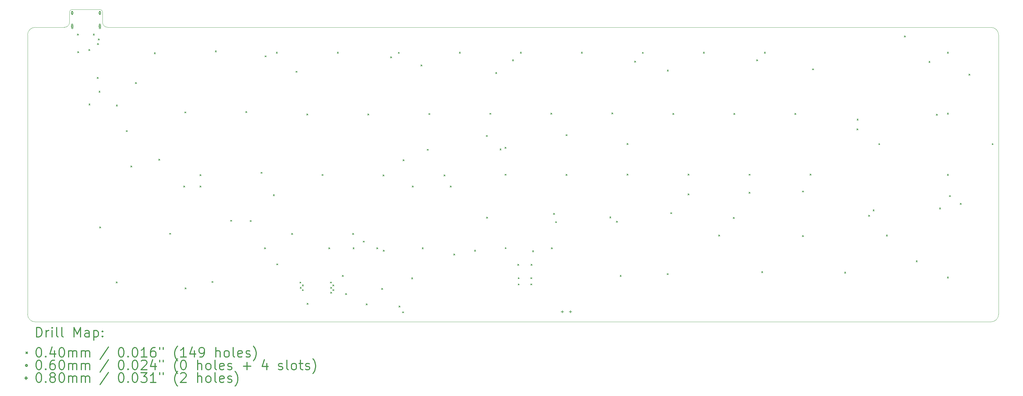
<source format=gbr>
%FSLAX45Y45*%
G04 Gerber Fmt 4.5, Leading zero omitted, Abs format (unit mm)*
G04 Created by KiCad (PCBNEW (5.1.6)-1) date 2021-08-22 23:35:56*
%MOMM*%
%LPD*%
G01*
G04 APERTURE LIST*
%TA.AperFunction,Profile*%
%ADD10C,0.100000*%
%TD*%
%ADD11C,0.200000*%
%ADD12C,0.300000*%
G04 APERTURE END LIST*
D10*
X7262196Y-7458110D02*
G75*
G03*
X7182795Y-7537410I-20J-79381D01*
G01*
X35956295Y-17221210D02*
G75*
G03*
X36194395Y-16983110I129J237971D01*
G01*
X36194395Y-16983110D02*
X36194395Y-8251810D01*
X8214695Y-7854910D02*
G75*
G03*
X8373396Y-8013710I158760J-40D01*
G01*
X8214696Y-7854910D02*
X8214695Y-7537410D01*
X6111195Y-8013710D02*
G75*
G03*
X5873094Y-8251810I40J-238141D01*
G01*
X6111195Y-17221210D02*
X35956295Y-17221210D01*
X7024095Y-8013710D02*
G75*
G03*
X7182795Y-7854910I-59J158760D01*
G01*
X8214695Y-7537410D02*
G75*
G03*
X8135295Y-7458110I-79381J-81D01*
G01*
X5873094Y-16983110D02*
G75*
G03*
X6111195Y-17221210I238141J41D01*
G01*
X7182795Y-7537410D02*
X7182795Y-7854910D01*
X36194395Y-8251810D02*
G75*
G03*
X35956295Y-8013710I-237971J130D01*
G01*
X8135295Y-7458110D02*
X7262196Y-7458110D01*
X35956295Y-8013710D02*
X8373396Y-8013710D01*
X5873094Y-8251810D02*
X5873094Y-16983110D01*
X7024095Y-8013710D02*
X6111195Y-8013710D01*
D11*
X7428550Y-8219760D02*
X7468550Y-8259760D01*
X7468550Y-8219760D02*
X7428550Y-8259760D01*
X7434613Y-8772497D02*
X7474613Y-8812497D01*
X7474613Y-8772497D02*
X7434613Y-8812497D01*
X7784150Y-8703630D02*
X7824150Y-8743630D01*
X7824150Y-8703630D02*
X7784150Y-8743630D01*
X7786563Y-10404160D02*
X7826563Y-10444160D01*
X7826563Y-10404160D02*
X7786563Y-10444160D01*
X7922724Y-8219460D02*
X7962724Y-8259460D01*
X7962724Y-8219460D02*
X7922724Y-8259460D01*
X8046913Y-9573580D02*
X8086913Y-9613580D01*
X8086913Y-9573580D02*
X8046913Y-9613580D01*
X8055930Y-8516940D02*
X8095930Y-8556940D01*
X8095930Y-8516940D02*
X8055930Y-8556940D01*
X8081330Y-8369620D02*
X8121330Y-8409620D01*
X8121330Y-8369620D02*
X8081330Y-8409620D01*
X8099110Y-10006650D02*
X8139110Y-10046650D01*
X8139110Y-10006650D02*
X8099110Y-10046650D01*
X8119430Y-14248450D02*
X8159430Y-14288450D01*
X8159430Y-14248450D02*
X8119430Y-14288450D01*
X8636988Y-15967362D02*
X8676988Y-16007362D01*
X8676988Y-15967362D02*
X8636988Y-16007362D01*
X8642670Y-10438577D02*
X8682670Y-10478577D01*
X8682670Y-10438577D02*
X8642670Y-10478577D01*
X8952550Y-11238550D02*
X8992550Y-11278550D01*
X8992550Y-11238550D02*
X8952550Y-11278550D01*
X9096060Y-12343577D02*
X9136060Y-12383577D01*
X9136060Y-12343577D02*
X9096060Y-12383577D01*
X9235780Y-9732310D02*
X9275780Y-9772310D01*
X9275780Y-9732310D02*
X9235780Y-9772310D01*
X9827613Y-8805197D02*
X9867613Y-8845197D01*
X9867613Y-8805197D02*
X9827613Y-8845197D01*
X9967280Y-12130090D02*
X10007280Y-12170090D01*
X10007280Y-12130090D02*
X9967280Y-12170090D01*
X10303863Y-14446537D02*
X10343863Y-14486537D01*
X10343863Y-14446537D02*
X10303863Y-14486537D01*
X10745790Y-12972100D02*
X10785790Y-13012100D01*
X10785790Y-12972100D02*
X10745790Y-13012100D01*
X10780113Y-10653113D02*
X10820113Y-10693113D01*
X10820113Y-10653113D02*
X10780113Y-10693113D01*
X10785160Y-16153577D02*
X10825160Y-16193577D01*
X10825160Y-16153577D02*
X10785160Y-16193577D01*
X11252520Y-12972100D02*
X11292520Y-13012100D01*
X11292520Y-12972100D02*
X11252520Y-13012100D01*
X11256363Y-12611387D02*
X11296363Y-12651387D01*
X11296363Y-12611387D02*
X11256363Y-12651387D01*
X11625900Y-15954060D02*
X11665900Y-15994060D01*
X11665900Y-15954060D02*
X11625900Y-15994060D01*
X11732613Y-8744303D02*
X11772613Y-8784303D01*
X11772613Y-8744303D02*
X11732613Y-8784303D01*
X12208863Y-14038933D02*
X12248863Y-14078933D01*
X12248863Y-14038933D02*
X12208863Y-14078933D01*
X12685113Y-10639077D02*
X12725113Y-10679077D01*
X12725113Y-10639077D02*
X12685113Y-10679077D01*
X12818430Y-14047790D02*
X12858430Y-14087790D01*
X12858430Y-14047790D02*
X12818430Y-14087790D01*
X13161363Y-12541537D02*
X13201363Y-12581537D01*
X13201363Y-12541537D02*
X13161363Y-12581537D01*
X13270550Y-14902500D02*
X13310550Y-14942500D01*
X13310550Y-14902500D02*
X13270550Y-14942500D01*
X13283250Y-8901750D02*
X13323250Y-8941750D01*
X13323250Y-8901750D02*
X13283250Y-8941750D01*
X13543600Y-13241340D02*
X13583600Y-13281340D01*
X13583600Y-13241340D02*
X13543600Y-13281340D01*
X13637613Y-8786147D02*
X13677613Y-8826147D01*
X13677613Y-8786147D02*
X13637613Y-8826147D01*
X13647760Y-15404130D02*
X13687760Y-15444130D01*
X13687760Y-15404130D02*
X13647760Y-15444130D01*
X14113863Y-14450347D02*
X14153863Y-14490347D01*
X14153863Y-14450347D02*
X14113863Y-14490347D01*
X14252260Y-9384350D02*
X14292260Y-9424350D01*
X14292260Y-9384350D02*
X14252260Y-9424350D01*
X14372867Y-15971506D02*
X14412867Y-16011506D01*
X14412867Y-15971506D02*
X14372867Y-16011506D01*
X14381800Y-16134400D02*
X14421800Y-16174400D01*
X14421800Y-16134400D02*
X14381800Y-16174400D01*
X14449067Y-16060406D02*
X14489067Y-16100406D01*
X14489067Y-16060406D02*
X14449067Y-16100406D01*
X14449067Y-16208394D02*
X14489067Y-16248394D01*
X14489067Y-16208394D02*
X14449067Y-16248394D01*
X14590113Y-10714007D02*
X14630113Y-10754007D01*
X14630113Y-10714007D02*
X14590113Y-10754007D01*
X14597700Y-16636050D02*
X14637700Y-16676050D01*
X14637700Y-16636050D02*
X14597700Y-16676050D01*
X15066363Y-12608847D02*
X15106363Y-12648847D01*
X15106363Y-12608847D02*
X15066363Y-12648847D01*
X15277150Y-14902500D02*
X15317150Y-14942500D01*
X15317150Y-14902500D02*
X15277150Y-14942500D01*
X15324536Y-15970759D02*
X15364536Y-16010759D01*
X15364536Y-15970759D02*
X15324536Y-16010759D01*
X15334300Y-16134400D02*
X15374300Y-16174400D01*
X15374300Y-16134400D02*
X15334300Y-16174400D01*
X15334300Y-16286800D02*
X15374300Y-16326800D01*
X15374300Y-16286800D02*
X15334300Y-16326800D01*
X15400736Y-16059659D02*
X15440736Y-16099659D01*
X15440736Y-16059659D02*
X15400736Y-16099659D01*
X15405011Y-16206900D02*
X15445011Y-16246900D01*
X15445011Y-16206900D02*
X15405011Y-16246900D01*
X15542613Y-8786147D02*
X15582613Y-8826147D01*
X15582613Y-8786147D02*
X15542613Y-8826147D01*
X15696250Y-15766100D02*
X15736250Y-15806100D01*
X15736250Y-15766100D02*
X15696250Y-15806100D01*
X15797850Y-16331250D02*
X15837850Y-16371250D01*
X15837850Y-16331250D02*
X15797850Y-16371250D01*
X16018863Y-14450347D02*
X16058863Y-14490347D01*
X16058863Y-14450347D02*
X16018863Y-14490347D01*
X16032800Y-14902500D02*
X16072800Y-14942500D01*
X16072800Y-14902500D02*
X16032800Y-14942500D01*
X16350300Y-14692950D02*
X16390300Y-14732950D01*
X16390300Y-14692950D02*
X16350300Y-14732950D01*
X16445550Y-16655100D02*
X16485550Y-16695100D01*
X16485550Y-16655100D02*
X16445550Y-16695100D01*
X16495113Y-10714007D02*
X16535113Y-10754007D01*
X16535113Y-10714007D02*
X16495113Y-10754007D01*
X16775750Y-14902500D02*
X16815750Y-14942500D01*
X16815750Y-14902500D02*
X16775750Y-14942500D01*
X16928150Y-16172500D02*
X16968150Y-16212500D01*
X16968150Y-16172500D02*
X16928150Y-16212500D01*
X16971363Y-12621547D02*
X17011363Y-12661547D01*
X17011363Y-12621547D02*
X16971363Y-12661547D01*
X16978950Y-14978700D02*
X17018950Y-15018700D01*
X17018950Y-14978700D02*
X16978950Y-15018700D01*
X17203740Y-8929690D02*
X17243740Y-8969690D01*
X17243740Y-8929690D02*
X17203740Y-8969690D01*
X17447613Y-8791227D02*
X17487613Y-8831227D01*
X17487613Y-8791227D02*
X17447613Y-8831227D01*
X17467900Y-16718600D02*
X17507900Y-16758600D01*
X17507900Y-16718600D02*
X17467900Y-16758600D01*
X17575850Y-16902750D02*
X17615850Y-16942750D01*
X17615850Y-16902750D02*
X17575850Y-16942750D01*
X17596170Y-12150410D02*
X17636170Y-12190410D01*
X17636170Y-12150410D02*
X17596170Y-12190410D01*
X17861600Y-15842300D02*
X17901600Y-15882300D01*
X17901600Y-15842300D02*
X17861600Y-15882300D01*
X17880650Y-12972100D02*
X17920650Y-13012100D01*
X17920650Y-12972100D02*
X17880650Y-13012100D01*
X18151160Y-9183690D02*
X18191160Y-9223690D01*
X18191160Y-9183690D02*
X18151160Y-9223690D01*
X18191800Y-14902500D02*
X18231800Y-14942500D01*
X18231800Y-14902500D02*
X18191800Y-14942500D01*
X18350550Y-11822750D02*
X18390550Y-11862750D01*
X18390550Y-11822750D02*
X18350550Y-11862750D01*
X18400113Y-10705117D02*
X18440113Y-10745117D01*
X18440113Y-10705117D02*
X18400113Y-10745117D01*
X18876363Y-12622817D02*
X18916363Y-12662817D01*
X18916363Y-12622817D02*
X18876363Y-12662817D01*
X19068100Y-12972100D02*
X19108100Y-13012100D01*
X19108100Y-12972100D02*
X19068100Y-13012100D01*
X19178570Y-15094290D02*
X19218570Y-15134290D01*
X19218570Y-15094290D02*
X19178570Y-15134290D01*
X19352613Y-8788687D02*
X19392613Y-8828687D01*
X19392613Y-8788687D02*
X19352613Y-8828687D01*
X19826180Y-14974890D02*
X19866180Y-15014890D01*
X19866180Y-14974890D02*
X19826180Y-15014890D01*
X20193320Y-11390950D02*
X20233320Y-11430950D01*
X20233320Y-11390950D02*
X20193320Y-11430950D01*
X20202210Y-13944920D02*
X20242210Y-13984920D01*
X20242210Y-13944920D02*
X20202210Y-13984920D01*
X20305113Y-10694957D02*
X20345113Y-10734957D01*
X20345113Y-10694957D02*
X20305113Y-10734957D01*
X20486690Y-9419910D02*
X20526690Y-9459910D01*
X20526690Y-9419910D02*
X20486690Y-9459910D01*
X20622580Y-11810050D02*
X20662580Y-11850050D01*
X20662580Y-11810050D02*
X20622580Y-11850050D01*
X20781330Y-11759250D02*
X20821330Y-11799250D01*
X20821330Y-11759250D02*
X20781330Y-11799250D01*
X20781363Y-12599957D02*
X20821363Y-12639957D01*
X20821363Y-12599957D02*
X20781363Y-12639957D01*
X20782600Y-14896150D02*
X20822600Y-14936150D01*
X20822600Y-14896150D02*
X20782600Y-14936150D01*
X21012470Y-9026210D02*
X21052470Y-9066210D01*
X21052470Y-9026210D02*
X21012470Y-9066210D01*
X21177570Y-15414310D02*
X21217570Y-15454310D01*
X21217570Y-15414310D02*
X21177570Y-15454310D01*
X21190270Y-15834680D02*
X21230270Y-15874680D01*
X21230270Y-15834680D02*
X21190270Y-15874680D01*
X21190270Y-16030260D02*
X21230270Y-16070260D01*
X21230270Y-16030260D02*
X21190270Y-16070260D01*
X21257613Y-8783607D02*
X21297613Y-8823607D01*
X21297613Y-8783607D02*
X21257613Y-8823607D01*
X21585240Y-15834680D02*
X21625240Y-15874680D01*
X21625240Y-15834680D02*
X21585240Y-15874680D01*
X21585240Y-16030260D02*
X21625240Y-16070260D01*
X21625240Y-16030260D02*
X21585240Y-16070260D01*
X21590320Y-15414310D02*
X21630320Y-15454310D01*
X21630320Y-15414310D02*
X21590320Y-15454310D01*
X21637310Y-14991400D02*
X21677310Y-15031400D01*
X21677310Y-14991400D02*
X21637310Y-15031400D01*
X22210113Y-10693687D02*
X22250113Y-10733687D01*
X22250113Y-10693687D02*
X22210113Y-10733687D01*
X22224050Y-14902500D02*
X22264050Y-14942500D01*
X22264050Y-14902500D02*
X22224050Y-14942500D01*
X22296440Y-13823000D02*
X22336440Y-13863000D01*
X22336440Y-13823000D02*
X22296440Y-13863000D01*
X22357400Y-14082080D02*
X22397400Y-14122080D01*
X22397400Y-14082080D02*
X22357400Y-14122080D01*
X22686363Y-11364247D02*
X22726363Y-11404247D01*
X22726363Y-11364247D02*
X22686363Y-11404247D01*
X22686363Y-12602497D02*
X22726363Y-12642497D01*
X22726363Y-12602497D02*
X22686363Y-12642497D01*
X23162613Y-8788687D02*
X23202613Y-8828687D01*
X23202613Y-8788687D02*
X23162613Y-8828687D01*
X24051580Y-13933490D02*
X24091580Y-13973490D01*
X24091580Y-13933490D02*
X24051580Y-13973490D01*
X24115113Y-10684797D02*
X24155113Y-10724797D01*
X24155113Y-10684797D02*
X24115113Y-10724797D01*
X24261130Y-14068110D02*
X24301130Y-14108110D01*
X24301130Y-14068110D02*
X24261130Y-14108110D01*
X24372890Y-15766100D02*
X24412890Y-15806100D01*
X24412890Y-15766100D02*
X24372890Y-15806100D01*
X24591330Y-11642410D02*
X24631330Y-11682410D01*
X24631330Y-11642410D02*
X24591330Y-11682410D01*
X24591363Y-12597417D02*
X24631363Y-12637417D01*
X24631363Y-12597417D02*
X24591363Y-12637417D01*
X24827550Y-9066850D02*
X24867550Y-9106850D01*
X24867550Y-9066850D02*
X24827550Y-9106850D01*
X25067613Y-8789957D02*
X25107613Y-8829957D01*
X25107613Y-8789957D02*
X25067613Y-8829957D01*
X25841010Y-15707680D02*
X25881010Y-15747680D01*
X25881010Y-15707680D02*
X25841010Y-15747680D01*
X25844820Y-9347520D02*
X25884820Y-9387520D01*
X25884820Y-9347520D02*
X25844820Y-9387520D01*
X25950230Y-13802680D02*
X25990230Y-13842680D01*
X25990230Y-13802680D02*
X25950230Y-13842680D01*
X26020113Y-10697497D02*
X26060113Y-10737497D01*
X26060113Y-10697497D02*
X26020113Y-10737497D01*
X26496330Y-13215940D02*
X26536330Y-13255940D01*
X26536330Y-13215940D02*
X26496330Y-13255940D01*
X26496363Y-12598687D02*
X26536363Y-12638687D01*
X26536363Y-12598687D02*
X26496363Y-12638687D01*
X26972613Y-8788687D02*
X27012613Y-8828687D01*
X27012613Y-8788687D02*
X26972613Y-8828687D01*
X27448863Y-14502417D02*
X27488863Y-14542417D01*
X27488863Y-14502417D02*
X27448863Y-14542417D01*
X27908570Y-13952540D02*
X27948570Y-13992540D01*
X27948570Y-13952540D02*
X27908570Y-13992540D01*
X27925113Y-10697497D02*
X27965113Y-10737497D01*
X27965113Y-10697497D02*
X27925113Y-10737497D01*
X28401363Y-12599957D02*
X28441363Y-12639957D01*
X28441363Y-12599957D02*
X28401363Y-12639957D01*
X28401363Y-13161297D02*
X28441363Y-13201297D01*
X28441363Y-13161297D02*
X28401363Y-13201297D01*
X28633740Y-9022400D02*
X28673740Y-9062400D01*
X28673740Y-9022400D02*
X28633740Y-9062400D01*
X28791220Y-15642910D02*
X28831220Y-15682910D01*
X28831220Y-15642910D02*
X28791220Y-15682910D01*
X28877613Y-8788687D02*
X28917613Y-8828687D01*
X28917613Y-8788687D02*
X28877613Y-8828687D01*
X29830113Y-10697497D02*
X29870113Y-10737497D01*
X29870113Y-10697497D02*
X29830113Y-10737497D01*
X30068238Y-13126372D02*
X30108238Y-13166372D01*
X30108238Y-13126372D02*
X30068238Y-13166372D01*
X30068238Y-14517022D02*
X30108238Y-14557022D01*
X30108238Y-14517022D02*
X30068238Y-14557022D01*
X30306363Y-12598687D02*
X30346363Y-12638687D01*
X30346363Y-12598687D02*
X30306363Y-12638687D01*
X30379990Y-9308150D02*
X30419990Y-9348150D01*
X30419990Y-9308150D02*
X30379990Y-9348150D01*
X31383290Y-15659420D02*
X31423290Y-15699420D01*
X31423290Y-15659420D02*
X31383290Y-15699420D01*
X31769370Y-11181400D02*
X31809370Y-11221400D01*
X31809370Y-11181400D02*
X31769370Y-11221400D01*
X31773180Y-10877870D02*
X31813180Y-10917870D01*
X31813180Y-10877870D02*
X31773180Y-10917870D01*
X32130050Y-13886500D02*
X32170050Y-13926500D01*
X32170050Y-13886500D02*
X32130050Y-13926500D01*
X32272290Y-13715050D02*
X32312290Y-13755050D01*
X32312290Y-13715050D02*
X32272290Y-13755050D01*
X32449488Y-11644282D02*
X32489488Y-11684282D01*
X32489488Y-11644282D02*
X32449488Y-11684282D01*
X32687613Y-14502417D02*
X32727613Y-14542417D01*
X32727613Y-14502417D02*
X32687613Y-14542417D01*
X33249047Y-8279577D02*
X33289047Y-8319577D01*
X33289047Y-8279577D02*
X33249047Y-8319577D01*
X33618300Y-15308900D02*
X33658300Y-15348900D01*
X33658300Y-15308900D02*
X33618300Y-15348900D01*
X34016000Y-9071930D02*
X34056000Y-9111930D01*
X34056000Y-9071930D02*
X34016000Y-9111930D01*
X34251200Y-10723180D02*
X34291200Y-10763180D01*
X34291200Y-10723180D02*
X34251200Y-10763180D01*
X34346200Y-13657900D02*
X34386200Y-13697900D01*
X34386200Y-13657900D02*
X34346200Y-13697900D01*
X34592613Y-8786147D02*
X34632613Y-8826147D01*
X34632613Y-8786147D02*
X34592613Y-8826147D01*
X34592613Y-10692417D02*
X34632613Y-10732417D01*
X34632613Y-10692417D02*
X34592613Y-10732417D01*
X34592613Y-12602497D02*
X34632613Y-12642497D01*
X34632613Y-12602497D02*
X34592613Y-12642497D01*
X34592613Y-15813123D02*
X34632613Y-15853123D01*
X34632613Y-15813123D02*
X34592613Y-15853123D01*
X34657350Y-13270550D02*
X34697350Y-13310550D01*
X34697350Y-13270550D02*
X34657350Y-13310550D01*
X34993900Y-13511850D02*
X35033900Y-13551850D01*
X35033900Y-13511850D02*
X34993900Y-13551850D01*
X35264410Y-9471980D02*
X35304410Y-9511980D01*
X35304410Y-9471980D02*
X35264410Y-9511980D01*
X35988310Y-11643680D02*
X36028310Y-11683680D01*
X36028310Y-11643680D02*
X35988310Y-11683680D01*
X7295724Y-7564276D02*
G75*
G03*
X7295724Y-7564276I-30000J0D01*
G01*
X7245724Y-7534276D02*
X7245724Y-7594276D01*
X7285724Y-7534276D02*
X7285724Y-7594276D01*
X7245724Y-7594276D02*
G75*
G03*
X7285724Y-7594276I20000J0D01*
G01*
X7285724Y-7534276D02*
G75*
G03*
X7245724Y-7534276I-20000J0D01*
G01*
X7295724Y-7982276D02*
G75*
G03*
X7295724Y-7982276I-30000J0D01*
G01*
X7245724Y-7927276D02*
X7245724Y-8037276D01*
X7285724Y-7927276D02*
X7285724Y-8037276D01*
X7245724Y-8037276D02*
G75*
G03*
X7285724Y-8037276I20000J0D01*
G01*
X7285724Y-7927276D02*
G75*
G03*
X7245724Y-7927276I-20000J0D01*
G01*
X8159724Y-7564276D02*
G75*
G03*
X8159724Y-7564276I-30000J0D01*
G01*
X8109724Y-7534276D02*
X8109724Y-7594276D01*
X8149724Y-7534276D02*
X8149724Y-7594276D01*
X8109724Y-7594276D02*
G75*
G03*
X8149724Y-7594276I20000J0D01*
G01*
X8149724Y-7534276D02*
G75*
G03*
X8109724Y-7534276I-20000J0D01*
G01*
X8159724Y-7982276D02*
G75*
G03*
X8159724Y-7982276I-30000J0D01*
G01*
X8109724Y-7927276D02*
X8109724Y-8037276D01*
X8149724Y-7927276D02*
X8149724Y-8037276D01*
X8109724Y-8037276D02*
G75*
G03*
X8149724Y-8037276I20000J0D01*
G01*
X8149724Y-7927276D02*
G75*
G03*
X8109724Y-7927276I-20000J0D01*
G01*
X22570440Y-16862430D02*
X22570440Y-16942430D01*
X22530440Y-16902430D02*
X22610440Y-16902430D01*
X22824440Y-16862430D02*
X22824440Y-16942430D01*
X22784440Y-16902430D02*
X22864440Y-16902430D01*
D12*
X6154522Y-17691925D02*
X6154522Y-17391925D01*
X6225951Y-17391925D01*
X6268808Y-17406210D01*
X6297379Y-17434782D01*
X6311665Y-17463353D01*
X6325951Y-17520496D01*
X6325951Y-17563353D01*
X6311665Y-17620496D01*
X6297379Y-17649067D01*
X6268808Y-17677639D01*
X6225951Y-17691925D01*
X6154522Y-17691925D01*
X6454522Y-17691925D02*
X6454522Y-17491925D01*
X6454522Y-17549067D02*
X6468808Y-17520496D01*
X6483094Y-17506210D01*
X6511665Y-17491925D01*
X6540237Y-17491925D01*
X6640237Y-17691925D02*
X6640237Y-17491925D01*
X6640237Y-17391925D02*
X6625951Y-17406210D01*
X6640237Y-17420496D01*
X6654522Y-17406210D01*
X6640237Y-17391925D01*
X6640237Y-17420496D01*
X6825951Y-17691925D02*
X6797379Y-17677639D01*
X6783094Y-17649067D01*
X6783094Y-17391925D01*
X6983094Y-17691925D02*
X6954522Y-17677639D01*
X6940237Y-17649067D01*
X6940237Y-17391925D01*
X7325951Y-17691925D02*
X7325951Y-17391925D01*
X7425951Y-17606210D01*
X7525951Y-17391925D01*
X7525951Y-17691925D01*
X7797379Y-17691925D02*
X7797379Y-17534782D01*
X7783094Y-17506210D01*
X7754522Y-17491925D01*
X7697379Y-17491925D01*
X7668808Y-17506210D01*
X7797379Y-17677639D02*
X7768808Y-17691925D01*
X7697379Y-17691925D01*
X7668808Y-17677639D01*
X7654522Y-17649067D01*
X7654522Y-17620496D01*
X7668808Y-17591925D01*
X7697379Y-17577639D01*
X7768808Y-17577639D01*
X7797379Y-17563353D01*
X7940237Y-17491925D02*
X7940237Y-17791925D01*
X7940237Y-17506210D02*
X7968808Y-17491925D01*
X8025951Y-17491925D01*
X8054522Y-17506210D01*
X8068808Y-17520496D01*
X8083094Y-17549067D01*
X8083094Y-17634782D01*
X8068808Y-17663353D01*
X8054522Y-17677639D01*
X8025951Y-17691925D01*
X7968808Y-17691925D01*
X7940237Y-17677639D01*
X8211665Y-17663353D02*
X8225951Y-17677639D01*
X8211665Y-17691925D01*
X8197379Y-17677639D01*
X8211665Y-17663353D01*
X8211665Y-17691925D01*
X8211665Y-17506210D02*
X8225951Y-17520496D01*
X8211665Y-17534782D01*
X8197379Y-17520496D01*
X8211665Y-17506210D01*
X8211665Y-17534782D01*
X5828094Y-18166210D02*
X5868094Y-18206210D01*
X5868094Y-18166210D02*
X5828094Y-18206210D01*
X6211665Y-18021925D02*
X6240237Y-18021925D01*
X6268808Y-18036210D01*
X6283094Y-18050496D01*
X6297379Y-18079067D01*
X6311665Y-18136210D01*
X6311665Y-18207639D01*
X6297379Y-18264782D01*
X6283094Y-18293353D01*
X6268808Y-18307639D01*
X6240237Y-18321925D01*
X6211665Y-18321925D01*
X6183094Y-18307639D01*
X6168808Y-18293353D01*
X6154522Y-18264782D01*
X6140237Y-18207639D01*
X6140237Y-18136210D01*
X6154522Y-18079067D01*
X6168808Y-18050496D01*
X6183094Y-18036210D01*
X6211665Y-18021925D01*
X6440237Y-18293353D02*
X6454522Y-18307639D01*
X6440237Y-18321925D01*
X6425951Y-18307639D01*
X6440237Y-18293353D01*
X6440237Y-18321925D01*
X6711665Y-18121925D02*
X6711665Y-18321925D01*
X6640237Y-18007639D02*
X6568808Y-18221925D01*
X6754522Y-18221925D01*
X6925951Y-18021925D02*
X6954522Y-18021925D01*
X6983094Y-18036210D01*
X6997379Y-18050496D01*
X7011665Y-18079067D01*
X7025951Y-18136210D01*
X7025951Y-18207639D01*
X7011665Y-18264782D01*
X6997379Y-18293353D01*
X6983094Y-18307639D01*
X6954522Y-18321925D01*
X6925951Y-18321925D01*
X6897379Y-18307639D01*
X6883094Y-18293353D01*
X6868808Y-18264782D01*
X6854522Y-18207639D01*
X6854522Y-18136210D01*
X6868808Y-18079067D01*
X6883094Y-18050496D01*
X6897379Y-18036210D01*
X6925951Y-18021925D01*
X7154522Y-18321925D02*
X7154522Y-18121925D01*
X7154522Y-18150496D02*
X7168808Y-18136210D01*
X7197379Y-18121925D01*
X7240237Y-18121925D01*
X7268808Y-18136210D01*
X7283094Y-18164782D01*
X7283094Y-18321925D01*
X7283094Y-18164782D02*
X7297379Y-18136210D01*
X7325951Y-18121925D01*
X7368808Y-18121925D01*
X7397379Y-18136210D01*
X7411665Y-18164782D01*
X7411665Y-18321925D01*
X7554522Y-18321925D02*
X7554522Y-18121925D01*
X7554522Y-18150496D02*
X7568808Y-18136210D01*
X7597379Y-18121925D01*
X7640237Y-18121925D01*
X7668808Y-18136210D01*
X7683094Y-18164782D01*
X7683094Y-18321925D01*
X7683094Y-18164782D02*
X7697379Y-18136210D01*
X7725951Y-18121925D01*
X7768808Y-18121925D01*
X7797379Y-18136210D01*
X7811665Y-18164782D01*
X7811665Y-18321925D01*
X8397380Y-18007639D02*
X8140237Y-18393353D01*
X8783094Y-18021925D02*
X8811665Y-18021925D01*
X8840237Y-18036210D01*
X8854522Y-18050496D01*
X8868808Y-18079067D01*
X8883094Y-18136210D01*
X8883094Y-18207639D01*
X8868808Y-18264782D01*
X8854522Y-18293353D01*
X8840237Y-18307639D01*
X8811665Y-18321925D01*
X8783094Y-18321925D01*
X8754522Y-18307639D01*
X8740237Y-18293353D01*
X8725951Y-18264782D01*
X8711665Y-18207639D01*
X8711665Y-18136210D01*
X8725951Y-18079067D01*
X8740237Y-18050496D01*
X8754522Y-18036210D01*
X8783094Y-18021925D01*
X9011665Y-18293353D02*
X9025951Y-18307639D01*
X9011665Y-18321925D01*
X8997380Y-18307639D01*
X9011665Y-18293353D01*
X9011665Y-18321925D01*
X9211665Y-18021925D02*
X9240237Y-18021925D01*
X9268808Y-18036210D01*
X9283094Y-18050496D01*
X9297380Y-18079067D01*
X9311665Y-18136210D01*
X9311665Y-18207639D01*
X9297380Y-18264782D01*
X9283094Y-18293353D01*
X9268808Y-18307639D01*
X9240237Y-18321925D01*
X9211665Y-18321925D01*
X9183094Y-18307639D01*
X9168808Y-18293353D01*
X9154522Y-18264782D01*
X9140237Y-18207639D01*
X9140237Y-18136210D01*
X9154522Y-18079067D01*
X9168808Y-18050496D01*
X9183094Y-18036210D01*
X9211665Y-18021925D01*
X9597380Y-18321925D02*
X9425951Y-18321925D01*
X9511665Y-18321925D02*
X9511665Y-18021925D01*
X9483094Y-18064782D01*
X9454522Y-18093353D01*
X9425951Y-18107639D01*
X9854522Y-18021925D02*
X9797380Y-18021925D01*
X9768808Y-18036210D01*
X9754522Y-18050496D01*
X9725951Y-18093353D01*
X9711665Y-18150496D01*
X9711665Y-18264782D01*
X9725951Y-18293353D01*
X9740237Y-18307639D01*
X9768808Y-18321925D01*
X9825951Y-18321925D01*
X9854522Y-18307639D01*
X9868808Y-18293353D01*
X9883094Y-18264782D01*
X9883094Y-18193353D01*
X9868808Y-18164782D01*
X9854522Y-18150496D01*
X9825951Y-18136210D01*
X9768808Y-18136210D01*
X9740237Y-18150496D01*
X9725951Y-18164782D01*
X9711665Y-18193353D01*
X9997380Y-18021925D02*
X9997380Y-18079067D01*
X10111665Y-18021925D02*
X10111665Y-18079067D01*
X10554522Y-18436210D02*
X10540237Y-18421925D01*
X10511665Y-18379067D01*
X10497380Y-18350496D01*
X10483094Y-18307639D01*
X10468808Y-18236210D01*
X10468808Y-18179067D01*
X10483094Y-18107639D01*
X10497380Y-18064782D01*
X10511665Y-18036210D01*
X10540237Y-17993353D01*
X10554522Y-17979067D01*
X10825951Y-18321925D02*
X10654522Y-18321925D01*
X10740237Y-18321925D02*
X10740237Y-18021925D01*
X10711665Y-18064782D01*
X10683094Y-18093353D01*
X10654522Y-18107639D01*
X11083094Y-18121925D02*
X11083094Y-18321925D01*
X11011665Y-18007639D02*
X10940237Y-18221925D01*
X11125951Y-18221925D01*
X11254522Y-18321925D02*
X11311665Y-18321925D01*
X11340237Y-18307639D01*
X11354522Y-18293353D01*
X11383094Y-18250496D01*
X11397379Y-18193353D01*
X11397379Y-18079067D01*
X11383094Y-18050496D01*
X11368808Y-18036210D01*
X11340237Y-18021925D01*
X11283094Y-18021925D01*
X11254522Y-18036210D01*
X11240237Y-18050496D01*
X11225951Y-18079067D01*
X11225951Y-18150496D01*
X11240237Y-18179067D01*
X11254522Y-18193353D01*
X11283094Y-18207639D01*
X11340237Y-18207639D01*
X11368808Y-18193353D01*
X11383094Y-18179067D01*
X11397379Y-18150496D01*
X11754522Y-18321925D02*
X11754522Y-18021925D01*
X11883094Y-18321925D02*
X11883094Y-18164782D01*
X11868808Y-18136210D01*
X11840237Y-18121925D01*
X11797379Y-18121925D01*
X11768808Y-18136210D01*
X11754522Y-18150496D01*
X12068808Y-18321925D02*
X12040237Y-18307639D01*
X12025951Y-18293353D01*
X12011665Y-18264782D01*
X12011665Y-18179067D01*
X12025951Y-18150496D01*
X12040237Y-18136210D01*
X12068808Y-18121925D01*
X12111665Y-18121925D01*
X12140237Y-18136210D01*
X12154522Y-18150496D01*
X12168808Y-18179067D01*
X12168808Y-18264782D01*
X12154522Y-18293353D01*
X12140237Y-18307639D01*
X12111665Y-18321925D01*
X12068808Y-18321925D01*
X12340237Y-18321925D02*
X12311665Y-18307639D01*
X12297379Y-18279067D01*
X12297379Y-18021925D01*
X12568808Y-18307639D02*
X12540237Y-18321925D01*
X12483094Y-18321925D01*
X12454522Y-18307639D01*
X12440237Y-18279067D01*
X12440237Y-18164782D01*
X12454522Y-18136210D01*
X12483094Y-18121925D01*
X12540237Y-18121925D01*
X12568808Y-18136210D01*
X12583094Y-18164782D01*
X12583094Y-18193353D01*
X12440237Y-18221925D01*
X12697379Y-18307639D02*
X12725951Y-18321925D01*
X12783094Y-18321925D01*
X12811665Y-18307639D01*
X12825951Y-18279067D01*
X12825951Y-18264782D01*
X12811665Y-18236210D01*
X12783094Y-18221925D01*
X12740237Y-18221925D01*
X12711665Y-18207639D01*
X12697379Y-18179067D01*
X12697379Y-18164782D01*
X12711665Y-18136210D01*
X12740237Y-18121925D01*
X12783094Y-18121925D01*
X12811665Y-18136210D01*
X12925951Y-18436210D02*
X12940237Y-18421925D01*
X12968808Y-18379067D01*
X12983094Y-18350496D01*
X12997379Y-18307639D01*
X13011665Y-18236210D01*
X13011665Y-18179067D01*
X12997379Y-18107639D01*
X12983094Y-18064782D01*
X12968808Y-18036210D01*
X12940237Y-17993353D01*
X12925951Y-17979067D01*
X5868094Y-18582210D02*
G75*
G03*
X5868094Y-18582210I-30000J0D01*
G01*
X6211665Y-18417925D02*
X6240237Y-18417925D01*
X6268808Y-18432210D01*
X6283094Y-18446496D01*
X6297379Y-18475067D01*
X6311665Y-18532210D01*
X6311665Y-18603639D01*
X6297379Y-18660782D01*
X6283094Y-18689353D01*
X6268808Y-18703639D01*
X6240237Y-18717925D01*
X6211665Y-18717925D01*
X6183094Y-18703639D01*
X6168808Y-18689353D01*
X6154522Y-18660782D01*
X6140237Y-18603639D01*
X6140237Y-18532210D01*
X6154522Y-18475067D01*
X6168808Y-18446496D01*
X6183094Y-18432210D01*
X6211665Y-18417925D01*
X6440237Y-18689353D02*
X6454522Y-18703639D01*
X6440237Y-18717925D01*
X6425951Y-18703639D01*
X6440237Y-18689353D01*
X6440237Y-18717925D01*
X6711665Y-18417925D02*
X6654522Y-18417925D01*
X6625951Y-18432210D01*
X6611665Y-18446496D01*
X6583094Y-18489353D01*
X6568808Y-18546496D01*
X6568808Y-18660782D01*
X6583094Y-18689353D01*
X6597379Y-18703639D01*
X6625951Y-18717925D01*
X6683094Y-18717925D01*
X6711665Y-18703639D01*
X6725951Y-18689353D01*
X6740237Y-18660782D01*
X6740237Y-18589353D01*
X6725951Y-18560782D01*
X6711665Y-18546496D01*
X6683094Y-18532210D01*
X6625951Y-18532210D01*
X6597379Y-18546496D01*
X6583094Y-18560782D01*
X6568808Y-18589353D01*
X6925951Y-18417925D02*
X6954522Y-18417925D01*
X6983094Y-18432210D01*
X6997379Y-18446496D01*
X7011665Y-18475067D01*
X7025951Y-18532210D01*
X7025951Y-18603639D01*
X7011665Y-18660782D01*
X6997379Y-18689353D01*
X6983094Y-18703639D01*
X6954522Y-18717925D01*
X6925951Y-18717925D01*
X6897379Y-18703639D01*
X6883094Y-18689353D01*
X6868808Y-18660782D01*
X6854522Y-18603639D01*
X6854522Y-18532210D01*
X6868808Y-18475067D01*
X6883094Y-18446496D01*
X6897379Y-18432210D01*
X6925951Y-18417925D01*
X7154522Y-18717925D02*
X7154522Y-18517925D01*
X7154522Y-18546496D02*
X7168808Y-18532210D01*
X7197379Y-18517925D01*
X7240237Y-18517925D01*
X7268808Y-18532210D01*
X7283094Y-18560782D01*
X7283094Y-18717925D01*
X7283094Y-18560782D02*
X7297379Y-18532210D01*
X7325951Y-18517925D01*
X7368808Y-18517925D01*
X7397379Y-18532210D01*
X7411665Y-18560782D01*
X7411665Y-18717925D01*
X7554522Y-18717925D02*
X7554522Y-18517925D01*
X7554522Y-18546496D02*
X7568808Y-18532210D01*
X7597379Y-18517925D01*
X7640237Y-18517925D01*
X7668808Y-18532210D01*
X7683094Y-18560782D01*
X7683094Y-18717925D01*
X7683094Y-18560782D02*
X7697379Y-18532210D01*
X7725951Y-18517925D01*
X7768808Y-18517925D01*
X7797379Y-18532210D01*
X7811665Y-18560782D01*
X7811665Y-18717925D01*
X8397380Y-18403639D02*
X8140237Y-18789353D01*
X8783094Y-18417925D02*
X8811665Y-18417925D01*
X8840237Y-18432210D01*
X8854522Y-18446496D01*
X8868808Y-18475067D01*
X8883094Y-18532210D01*
X8883094Y-18603639D01*
X8868808Y-18660782D01*
X8854522Y-18689353D01*
X8840237Y-18703639D01*
X8811665Y-18717925D01*
X8783094Y-18717925D01*
X8754522Y-18703639D01*
X8740237Y-18689353D01*
X8725951Y-18660782D01*
X8711665Y-18603639D01*
X8711665Y-18532210D01*
X8725951Y-18475067D01*
X8740237Y-18446496D01*
X8754522Y-18432210D01*
X8783094Y-18417925D01*
X9011665Y-18689353D02*
X9025951Y-18703639D01*
X9011665Y-18717925D01*
X8997380Y-18703639D01*
X9011665Y-18689353D01*
X9011665Y-18717925D01*
X9211665Y-18417925D02*
X9240237Y-18417925D01*
X9268808Y-18432210D01*
X9283094Y-18446496D01*
X9297380Y-18475067D01*
X9311665Y-18532210D01*
X9311665Y-18603639D01*
X9297380Y-18660782D01*
X9283094Y-18689353D01*
X9268808Y-18703639D01*
X9240237Y-18717925D01*
X9211665Y-18717925D01*
X9183094Y-18703639D01*
X9168808Y-18689353D01*
X9154522Y-18660782D01*
X9140237Y-18603639D01*
X9140237Y-18532210D01*
X9154522Y-18475067D01*
X9168808Y-18446496D01*
X9183094Y-18432210D01*
X9211665Y-18417925D01*
X9425951Y-18446496D02*
X9440237Y-18432210D01*
X9468808Y-18417925D01*
X9540237Y-18417925D01*
X9568808Y-18432210D01*
X9583094Y-18446496D01*
X9597380Y-18475067D01*
X9597380Y-18503639D01*
X9583094Y-18546496D01*
X9411665Y-18717925D01*
X9597380Y-18717925D01*
X9854522Y-18517925D02*
X9854522Y-18717925D01*
X9783094Y-18403639D02*
X9711665Y-18617925D01*
X9897380Y-18617925D01*
X9997380Y-18417925D02*
X9997380Y-18475067D01*
X10111665Y-18417925D02*
X10111665Y-18475067D01*
X10554522Y-18832210D02*
X10540237Y-18817925D01*
X10511665Y-18775067D01*
X10497380Y-18746496D01*
X10483094Y-18703639D01*
X10468808Y-18632210D01*
X10468808Y-18575067D01*
X10483094Y-18503639D01*
X10497380Y-18460782D01*
X10511665Y-18432210D01*
X10540237Y-18389353D01*
X10554522Y-18375067D01*
X10725951Y-18417925D02*
X10754522Y-18417925D01*
X10783094Y-18432210D01*
X10797380Y-18446496D01*
X10811665Y-18475067D01*
X10825951Y-18532210D01*
X10825951Y-18603639D01*
X10811665Y-18660782D01*
X10797380Y-18689353D01*
X10783094Y-18703639D01*
X10754522Y-18717925D01*
X10725951Y-18717925D01*
X10697380Y-18703639D01*
X10683094Y-18689353D01*
X10668808Y-18660782D01*
X10654522Y-18603639D01*
X10654522Y-18532210D01*
X10668808Y-18475067D01*
X10683094Y-18446496D01*
X10697380Y-18432210D01*
X10725951Y-18417925D01*
X11183094Y-18717925D02*
X11183094Y-18417925D01*
X11311665Y-18717925D02*
X11311665Y-18560782D01*
X11297379Y-18532210D01*
X11268808Y-18517925D01*
X11225951Y-18517925D01*
X11197379Y-18532210D01*
X11183094Y-18546496D01*
X11497379Y-18717925D02*
X11468808Y-18703639D01*
X11454522Y-18689353D01*
X11440237Y-18660782D01*
X11440237Y-18575067D01*
X11454522Y-18546496D01*
X11468808Y-18532210D01*
X11497379Y-18517925D01*
X11540237Y-18517925D01*
X11568808Y-18532210D01*
X11583094Y-18546496D01*
X11597379Y-18575067D01*
X11597379Y-18660782D01*
X11583094Y-18689353D01*
X11568808Y-18703639D01*
X11540237Y-18717925D01*
X11497379Y-18717925D01*
X11768808Y-18717925D02*
X11740237Y-18703639D01*
X11725951Y-18675067D01*
X11725951Y-18417925D01*
X11997379Y-18703639D02*
X11968808Y-18717925D01*
X11911665Y-18717925D01*
X11883094Y-18703639D01*
X11868808Y-18675067D01*
X11868808Y-18560782D01*
X11883094Y-18532210D01*
X11911665Y-18517925D01*
X11968808Y-18517925D01*
X11997379Y-18532210D01*
X12011665Y-18560782D01*
X12011665Y-18589353D01*
X11868808Y-18617925D01*
X12125951Y-18703639D02*
X12154522Y-18717925D01*
X12211665Y-18717925D01*
X12240237Y-18703639D01*
X12254522Y-18675067D01*
X12254522Y-18660782D01*
X12240237Y-18632210D01*
X12211665Y-18617925D01*
X12168808Y-18617925D01*
X12140237Y-18603639D01*
X12125951Y-18575067D01*
X12125951Y-18560782D01*
X12140237Y-18532210D01*
X12168808Y-18517925D01*
X12211665Y-18517925D01*
X12240237Y-18532210D01*
X12611665Y-18603639D02*
X12840237Y-18603639D01*
X12725951Y-18717925D02*
X12725951Y-18489353D01*
X13340237Y-18517925D02*
X13340237Y-18717925D01*
X13268808Y-18403639D02*
X13197379Y-18617925D01*
X13383094Y-18617925D01*
X13711665Y-18703639D02*
X13740237Y-18717925D01*
X13797379Y-18717925D01*
X13825951Y-18703639D01*
X13840237Y-18675067D01*
X13840237Y-18660782D01*
X13825951Y-18632210D01*
X13797379Y-18617925D01*
X13754522Y-18617925D01*
X13725951Y-18603639D01*
X13711665Y-18575067D01*
X13711665Y-18560782D01*
X13725951Y-18532210D01*
X13754522Y-18517925D01*
X13797379Y-18517925D01*
X13825951Y-18532210D01*
X14011665Y-18717925D02*
X13983094Y-18703639D01*
X13968808Y-18675067D01*
X13968808Y-18417925D01*
X14168808Y-18717925D02*
X14140237Y-18703639D01*
X14125951Y-18689353D01*
X14111665Y-18660782D01*
X14111665Y-18575067D01*
X14125951Y-18546496D01*
X14140237Y-18532210D01*
X14168808Y-18517925D01*
X14211665Y-18517925D01*
X14240237Y-18532210D01*
X14254522Y-18546496D01*
X14268808Y-18575067D01*
X14268808Y-18660782D01*
X14254522Y-18689353D01*
X14240237Y-18703639D01*
X14211665Y-18717925D01*
X14168808Y-18717925D01*
X14354522Y-18517925D02*
X14468808Y-18517925D01*
X14397379Y-18417925D02*
X14397379Y-18675067D01*
X14411665Y-18703639D01*
X14440237Y-18717925D01*
X14468808Y-18717925D01*
X14554522Y-18703639D02*
X14583094Y-18717925D01*
X14640237Y-18717925D01*
X14668808Y-18703639D01*
X14683094Y-18675067D01*
X14683094Y-18660782D01*
X14668808Y-18632210D01*
X14640237Y-18617925D01*
X14597379Y-18617925D01*
X14568808Y-18603639D01*
X14554522Y-18575067D01*
X14554522Y-18560782D01*
X14568808Y-18532210D01*
X14597379Y-18517925D01*
X14640237Y-18517925D01*
X14668808Y-18532210D01*
X14783094Y-18832210D02*
X14797379Y-18817925D01*
X14825951Y-18775067D01*
X14840237Y-18746496D01*
X14854522Y-18703639D01*
X14868808Y-18632210D01*
X14868808Y-18575067D01*
X14854522Y-18503639D01*
X14840237Y-18460782D01*
X14825951Y-18432210D01*
X14797379Y-18389353D01*
X14783094Y-18375067D01*
X5828094Y-18938210D02*
X5828094Y-19018210D01*
X5788094Y-18978210D02*
X5868094Y-18978210D01*
X6211665Y-18813925D02*
X6240237Y-18813925D01*
X6268808Y-18828210D01*
X6283094Y-18842496D01*
X6297379Y-18871067D01*
X6311665Y-18928210D01*
X6311665Y-18999639D01*
X6297379Y-19056782D01*
X6283094Y-19085353D01*
X6268808Y-19099639D01*
X6240237Y-19113925D01*
X6211665Y-19113925D01*
X6183094Y-19099639D01*
X6168808Y-19085353D01*
X6154522Y-19056782D01*
X6140237Y-18999639D01*
X6140237Y-18928210D01*
X6154522Y-18871067D01*
X6168808Y-18842496D01*
X6183094Y-18828210D01*
X6211665Y-18813925D01*
X6440237Y-19085353D02*
X6454522Y-19099639D01*
X6440237Y-19113925D01*
X6425951Y-19099639D01*
X6440237Y-19085353D01*
X6440237Y-19113925D01*
X6625951Y-18942496D02*
X6597379Y-18928210D01*
X6583094Y-18913925D01*
X6568808Y-18885353D01*
X6568808Y-18871067D01*
X6583094Y-18842496D01*
X6597379Y-18828210D01*
X6625951Y-18813925D01*
X6683094Y-18813925D01*
X6711665Y-18828210D01*
X6725951Y-18842496D01*
X6740237Y-18871067D01*
X6740237Y-18885353D01*
X6725951Y-18913925D01*
X6711665Y-18928210D01*
X6683094Y-18942496D01*
X6625951Y-18942496D01*
X6597379Y-18956782D01*
X6583094Y-18971067D01*
X6568808Y-18999639D01*
X6568808Y-19056782D01*
X6583094Y-19085353D01*
X6597379Y-19099639D01*
X6625951Y-19113925D01*
X6683094Y-19113925D01*
X6711665Y-19099639D01*
X6725951Y-19085353D01*
X6740237Y-19056782D01*
X6740237Y-18999639D01*
X6725951Y-18971067D01*
X6711665Y-18956782D01*
X6683094Y-18942496D01*
X6925951Y-18813925D02*
X6954522Y-18813925D01*
X6983094Y-18828210D01*
X6997379Y-18842496D01*
X7011665Y-18871067D01*
X7025951Y-18928210D01*
X7025951Y-18999639D01*
X7011665Y-19056782D01*
X6997379Y-19085353D01*
X6983094Y-19099639D01*
X6954522Y-19113925D01*
X6925951Y-19113925D01*
X6897379Y-19099639D01*
X6883094Y-19085353D01*
X6868808Y-19056782D01*
X6854522Y-18999639D01*
X6854522Y-18928210D01*
X6868808Y-18871067D01*
X6883094Y-18842496D01*
X6897379Y-18828210D01*
X6925951Y-18813925D01*
X7154522Y-19113925D02*
X7154522Y-18913925D01*
X7154522Y-18942496D02*
X7168808Y-18928210D01*
X7197379Y-18913925D01*
X7240237Y-18913925D01*
X7268808Y-18928210D01*
X7283094Y-18956782D01*
X7283094Y-19113925D01*
X7283094Y-18956782D02*
X7297379Y-18928210D01*
X7325951Y-18913925D01*
X7368808Y-18913925D01*
X7397379Y-18928210D01*
X7411665Y-18956782D01*
X7411665Y-19113925D01*
X7554522Y-19113925D02*
X7554522Y-18913925D01*
X7554522Y-18942496D02*
X7568808Y-18928210D01*
X7597379Y-18913925D01*
X7640237Y-18913925D01*
X7668808Y-18928210D01*
X7683094Y-18956782D01*
X7683094Y-19113925D01*
X7683094Y-18956782D02*
X7697379Y-18928210D01*
X7725951Y-18913925D01*
X7768808Y-18913925D01*
X7797379Y-18928210D01*
X7811665Y-18956782D01*
X7811665Y-19113925D01*
X8397380Y-18799639D02*
X8140237Y-19185353D01*
X8783094Y-18813925D02*
X8811665Y-18813925D01*
X8840237Y-18828210D01*
X8854522Y-18842496D01*
X8868808Y-18871067D01*
X8883094Y-18928210D01*
X8883094Y-18999639D01*
X8868808Y-19056782D01*
X8854522Y-19085353D01*
X8840237Y-19099639D01*
X8811665Y-19113925D01*
X8783094Y-19113925D01*
X8754522Y-19099639D01*
X8740237Y-19085353D01*
X8725951Y-19056782D01*
X8711665Y-18999639D01*
X8711665Y-18928210D01*
X8725951Y-18871067D01*
X8740237Y-18842496D01*
X8754522Y-18828210D01*
X8783094Y-18813925D01*
X9011665Y-19085353D02*
X9025951Y-19099639D01*
X9011665Y-19113925D01*
X8997380Y-19099639D01*
X9011665Y-19085353D01*
X9011665Y-19113925D01*
X9211665Y-18813925D02*
X9240237Y-18813925D01*
X9268808Y-18828210D01*
X9283094Y-18842496D01*
X9297380Y-18871067D01*
X9311665Y-18928210D01*
X9311665Y-18999639D01*
X9297380Y-19056782D01*
X9283094Y-19085353D01*
X9268808Y-19099639D01*
X9240237Y-19113925D01*
X9211665Y-19113925D01*
X9183094Y-19099639D01*
X9168808Y-19085353D01*
X9154522Y-19056782D01*
X9140237Y-18999639D01*
X9140237Y-18928210D01*
X9154522Y-18871067D01*
X9168808Y-18842496D01*
X9183094Y-18828210D01*
X9211665Y-18813925D01*
X9411665Y-18813925D02*
X9597380Y-18813925D01*
X9497380Y-18928210D01*
X9540237Y-18928210D01*
X9568808Y-18942496D01*
X9583094Y-18956782D01*
X9597380Y-18985353D01*
X9597380Y-19056782D01*
X9583094Y-19085353D01*
X9568808Y-19099639D01*
X9540237Y-19113925D01*
X9454522Y-19113925D01*
X9425951Y-19099639D01*
X9411665Y-19085353D01*
X9883094Y-19113925D02*
X9711665Y-19113925D01*
X9797380Y-19113925D02*
X9797380Y-18813925D01*
X9768808Y-18856782D01*
X9740237Y-18885353D01*
X9711665Y-18899639D01*
X9997380Y-18813925D02*
X9997380Y-18871067D01*
X10111665Y-18813925D02*
X10111665Y-18871067D01*
X10554522Y-19228210D02*
X10540237Y-19213925D01*
X10511665Y-19171067D01*
X10497380Y-19142496D01*
X10483094Y-19099639D01*
X10468808Y-19028210D01*
X10468808Y-18971067D01*
X10483094Y-18899639D01*
X10497380Y-18856782D01*
X10511665Y-18828210D01*
X10540237Y-18785353D01*
X10554522Y-18771067D01*
X10654522Y-18842496D02*
X10668808Y-18828210D01*
X10697380Y-18813925D01*
X10768808Y-18813925D01*
X10797380Y-18828210D01*
X10811665Y-18842496D01*
X10825951Y-18871067D01*
X10825951Y-18899639D01*
X10811665Y-18942496D01*
X10640237Y-19113925D01*
X10825951Y-19113925D01*
X11183094Y-19113925D02*
X11183094Y-18813925D01*
X11311665Y-19113925D02*
X11311665Y-18956782D01*
X11297379Y-18928210D01*
X11268808Y-18913925D01*
X11225951Y-18913925D01*
X11197379Y-18928210D01*
X11183094Y-18942496D01*
X11497379Y-19113925D02*
X11468808Y-19099639D01*
X11454522Y-19085353D01*
X11440237Y-19056782D01*
X11440237Y-18971067D01*
X11454522Y-18942496D01*
X11468808Y-18928210D01*
X11497379Y-18913925D01*
X11540237Y-18913925D01*
X11568808Y-18928210D01*
X11583094Y-18942496D01*
X11597379Y-18971067D01*
X11597379Y-19056782D01*
X11583094Y-19085353D01*
X11568808Y-19099639D01*
X11540237Y-19113925D01*
X11497379Y-19113925D01*
X11768808Y-19113925D02*
X11740237Y-19099639D01*
X11725951Y-19071067D01*
X11725951Y-18813925D01*
X11997379Y-19099639D02*
X11968808Y-19113925D01*
X11911665Y-19113925D01*
X11883094Y-19099639D01*
X11868808Y-19071067D01*
X11868808Y-18956782D01*
X11883094Y-18928210D01*
X11911665Y-18913925D01*
X11968808Y-18913925D01*
X11997379Y-18928210D01*
X12011665Y-18956782D01*
X12011665Y-18985353D01*
X11868808Y-19013925D01*
X12125951Y-19099639D02*
X12154522Y-19113925D01*
X12211665Y-19113925D01*
X12240237Y-19099639D01*
X12254522Y-19071067D01*
X12254522Y-19056782D01*
X12240237Y-19028210D01*
X12211665Y-19013925D01*
X12168808Y-19013925D01*
X12140237Y-18999639D01*
X12125951Y-18971067D01*
X12125951Y-18956782D01*
X12140237Y-18928210D01*
X12168808Y-18913925D01*
X12211665Y-18913925D01*
X12240237Y-18928210D01*
X12354522Y-19228210D02*
X12368808Y-19213925D01*
X12397379Y-19171067D01*
X12411665Y-19142496D01*
X12425951Y-19099639D01*
X12440237Y-19028210D01*
X12440237Y-18971067D01*
X12425951Y-18899639D01*
X12411665Y-18856782D01*
X12397379Y-18828210D01*
X12368808Y-18785353D01*
X12354522Y-18771067D01*
M02*

</source>
